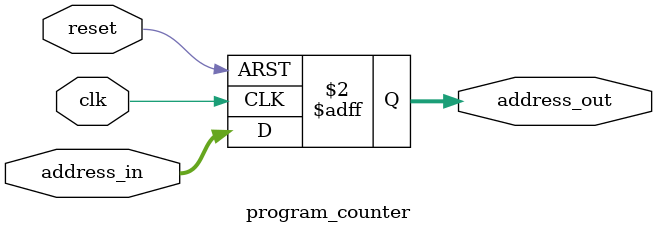
<source format=v>
module program_counter (
input clk,
input reset,
input [31:0] address_in,
output reg [31:0] address_out
);

always @(posedge clk or posedge reset )
begin 
if(reset)
address_out <= 32'b0; //reset pc to 0
else 
address_out <= address_in; //update pc to next abstraction
end 
endmodule
</source>
